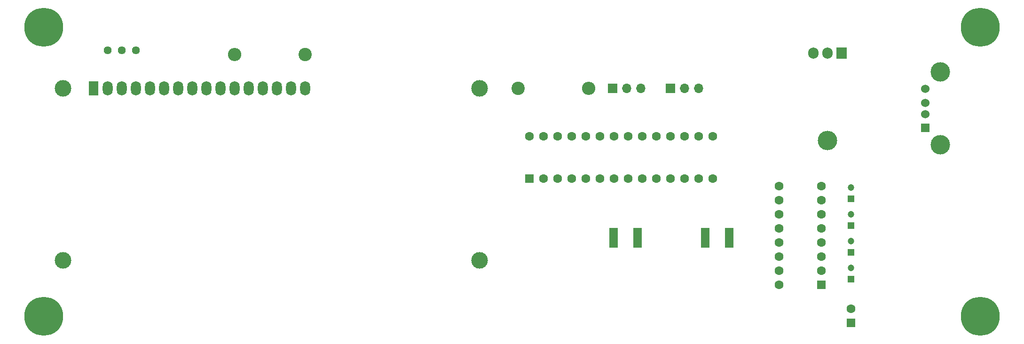
<source format=gbr>
%TF.GenerationSoftware,KiCad,Pcbnew,5.1.10-88a1d61d58~90~ubuntu20.04.1*%
%TF.CreationDate,2022-04-26T10:49:59-05:00*%
%TF.ProjectId,PantallaSerie,50616e74-616c-46c6-9153-657269652e6b,rev?*%
%TF.SameCoordinates,Original*%
%TF.FileFunction,Soldermask,Bot*%
%TF.FilePolarity,Negative*%
%FSLAX46Y46*%
G04 Gerber Fmt 4.6, Leading zero omitted, Abs format (unit mm)*
G04 Created by KiCad (PCBNEW 5.1.10-88a1d61d58~90~ubuntu20.04.1) date 2022-04-26 10:49:59*
%MOMM*%
%LPD*%
G01*
G04 APERTURE LIST*
%ADD10R,1.600000X1.600000*%
%ADD11C,1.600000*%
%ADD12R,1.200000X1.200000*%
%ADD13C,1.200000*%
%ADD14C,0.100000*%
%ADD15R,1.800000X2.600000*%
%ADD16O,1.800000X2.600000*%
%ADD17C,3.000000*%
%ADD18C,7.000000*%
%ADD19O,1.905000X2.000000*%
%ADD20R,1.905000X2.000000*%
%ADD21O,3.500000X3.500000*%
%ADD22O,1.700000X1.700000*%
%ADD23R,1.700000X1.700000*%
%ADD24C,1.524000*%
%ADD25R,1.524000X1.524000*%
%ADD26C,3.500000*%
%ADD27O,2.400000X2.400000*%
%ADD28C,2.400000*%
%ADD29C,1.440000*%
G04 APERTURE END LIST*
D10*
%TO.C,U1*%
X211404200Y-127381000D03*
D11*
X211404200Y-124841000D03*
X211404200Y-122301000D03*
X211404200Y-119761000D03*
X211404200Y-117221000D03*
X211404200Y-114681000D03*
X211404200Y-112141000D03*
X203784200Y-112141000D03*
X203784200Y-114681000D03*
X203784200Y-117221000D03*
X203784200Y-119761000D03*
X203784200Y-122301000D03*
X203784200Y-124841000D03*
X203784200Y-127381000D03*
X211404200Y-109601000D03*
X203784200Y-109601000D03*
%TD*%
D12*
%TO.C,C2*%
X216738200Y-121539000D03*
D13*
X216738200Y-119539000D03*
%TD*%
D11*
%TO.C,C5*%
X216738200Y-131739000D03*
D10*
X216738200Y-134239000D03*
%TD*%
D13*
%TO.C,C3*%
X216738200Y-109887000D03*
D12*
X216738200Y-111887000D03*
%TD*%
D13*
%TO.C,C4*%
X216738200Y-114713000D03*
D12*
X216738200Y-116713000D03*
%TD*%
%TO.C,C1*%
X216738200Y-126365000D03*
D13*
X216738200Y-124365000D03*
%TD*%
D14*
%TO.C,SW1*%
G36*
X177536600Y-117198200D02*
G01*
X179060600Y-117198200D01*
X179060600Y-120698200D01*
X177536600Y-120698200D01*
X177536600Y-117198200D01*
G37*
G36*
X173186600Y-117198200D02*
G01*
X174710600Y-117198200D01*
X174710600Y-120698200D01*
X173186600Y-120698200D01*
X173186600Y-117198200D01*
G37*
%TD*%
%TO.C,SW2*%
G36*
X191220600Y-120698200D02*
G01*
X189696600Y-120698200D01*
X189696600Y-117198200D01*
X191220600Y-117198200D01*
X191220600Y-120698200D01*
G37*
G36*
X195570600Y-120698200D02*
G01*
X194046600Y-120698200D01*
X194046600Y-117198200D01*
X195570600Y-117198200D01*
X195570600Y-120698200D01*
G37*
%TD*%
D15*
%TO.C,U3*%
X80365600Y-92024200D03*
D16*
X82905600Y-92024200D03*
X85445600Y-92024200D03*
X87985600Y-92024200D03*
X90525600Y-92024200D03*
X93065600Y-92024200D03*
X95605600Y-92024200D03*
X98145600Y-92024200D03*
X100685600Y-92024200D03*
X103225600Y-92024200D03*
X105765600Y-92024200D03*
X108305600Y-92024200D03*
X110845600Y-92024200D03*
X113385600Y-92024200D03*
X115925600Y-92024200D03*
X118465600Y-92024200D03*
D17*
X74866500Y-92024200D03*
X74866500Y-123024900D03*
X149865080Y-123024900D03*
X149865600Y-92024200D03*
%TD*%
D18*
%TO.C,REF\u002A\u002A*%
X240030000Y-133096000D03*
%TD*%
%TO.C,REF\u002A\u002A*%
X240030000Y-81026000D03*
%TD*%
%TO.C,REF\u002A\u002A*%
X71374000Y-133096000D03*
%TD*%
%TO.C,REF\u002A\u002A*%
X71374000Y-81026000D03*
%TD*%
D19*
%TO.C,U4*%
X209956400Y-85648800D03*
X212496400Y-85648800D03*
D20*
X215036400Y-85648800D03*
D21*
X212496400Y-101448800D03*
%TD*%
D22*
%TO.C,J3*%
X189331600Y-92024200D03*
X186791600Y-92024200D03*
D23*
X184251600Y-92024200D03*
%TD*%
D22*
%TO.C,J2*%
X178917600Y-92024200D03*
X176377600Y-92024200D03*
D23*
X173837600Y-92024200D03*
%TD*%
D24*
%TO.C,J1*%
X230073200Y-92136200D03*
X230073200Y-94636200D03*
X230073200Y-96636200D03*
D25*
X230073200Y-99136200D03*
D26*
X232783200Y-102206200D03*
X232783200Y-89066200D03*
%TD*%
D27*
%TO.C,R1*%
X169519600Y-92024200D03*
D28*
X156819600Y-92024200D03*
%TD*%
%TO.C,R2*%
X118465600Y-85928200D03*
D27*
X105765600Y-85928200D03*
%TD*%
D29*
%TO.C,R_POT_TRIM1*%
X82905600Y-85166200D03*
X85445600Y-85166200D03*
X87985600Y-85166200D03*
%TD*%
D10*
%TO.C,U2*%
X158851600Y-108280200D03*
D11*
X161391600Y-108280200D03*
X163931600Y-108280200D03*
X166471600Y-108280200D03*
X169011600Y-108280200D03*
X171551600Y-108280200D03*
X174091600Y-108280200D03*
X176631600Y-108280200D03*
X179171600Y-108280200D03*
X181711600Y-108280200D03*
X184251600Y-108280200D03*
X186791600Y-108280200D03*
X189331600Y-108280200D03*
X191871600Y-108280200D03*
X191871600Y-100660200D03*
X189331600Y-100660200D03*
X186791600Y-100660200D03*
X184251600Y-100660200D03*
X181711600Y-100660200D03*
X179171600Y-100660200D03*
X176631600Y-100660200D03*
X174091600Y-100660200D03*
X171551600Y-100660200D03*
X169011600Y-100660200D03*
X166471600Y-100660200D03*
X163931600Y-100660200D03*
X161391600Y-100660200D03*
X158851600Y-100660200D03*
%TD*%
M02*

</source>
